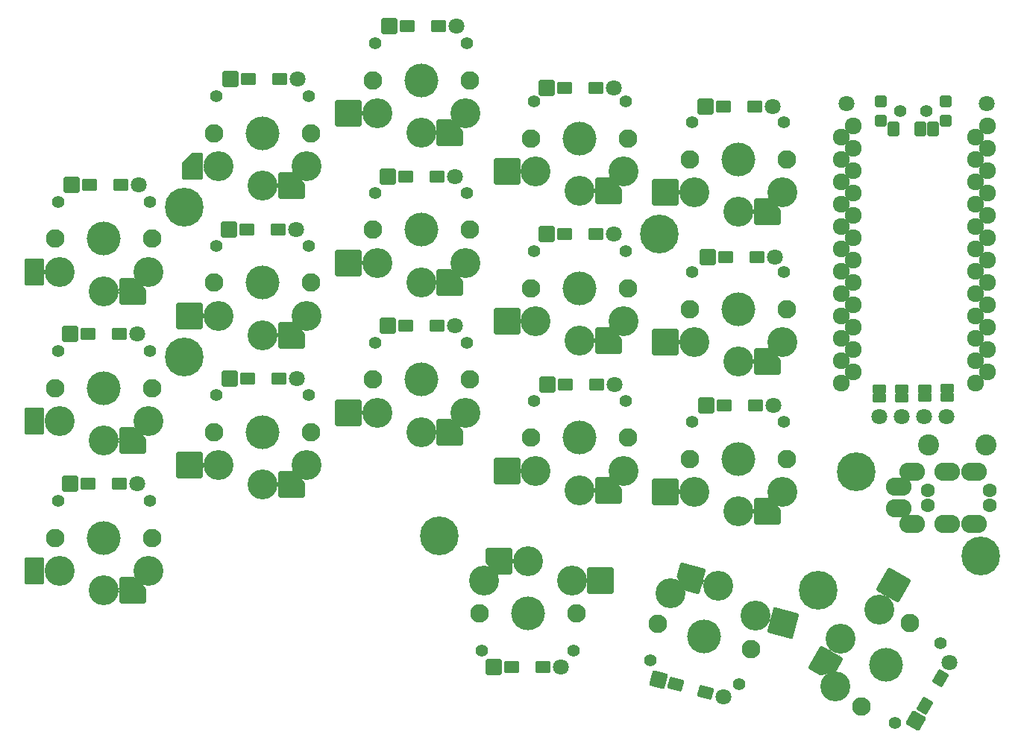
<source format=gbs>
G04 #@! TF.GenerationSoftware,KiCad,Pcbnew,(6.0.10)*
G04 #@! TF.CreationDate,2023-01-10T17:00:23+01:00*
G04 #@! TF.ProjectId,chocofi,63686f63-6f66-4692-9e6b-696361645f70,2.1*
G04 #@! TF.SameCoordinates,Original*
G04 #@! TF.FileFunction,Soldermask,Bot*
G04 #@! TF.FilePolarity,Negative*
%FSLAX46Y46*%
G04 Gerber Fmt 4.6, Leading zero omitted, Abs format (unit mm)*
G04 Created by KiCad (PCBNEW (6.0.10)) date 2023-01-10 17:00:23*
%MOMM*%
%LPD*%
G01*
G04 APERTURE LIST*
G04 Aperture macros list*
%AMRoundRect*
0 Rectangle with rounded corners*
0 $1 Rounding radius*
0 $2 $3 $4 $5 $6 $7 $8 $9 X,Y pos of 4 corners*
0 Add a 4 corners polygon primitive as box body*
4,1,4,$2,$3,$4,$5,$6,$7,$8,$9,$2,$3,0*
0 Add four circle primitives for the rounded corners*
1,1,$1+$1,$2,$3*
1,1,$1+$1,$4,$5*
1,1,$1+$1,$6,$7*
1,1,$1+$1,$8,$9*
0 Add four rect primitives between the rounded corners*
20,1,$1+$1,$2,$3,$4,$5,0*
20,1,$1+$1,$4,$5,$6,$7,0*
20,1,$1+$1,$6,$7,$8,$9,0*
20,1,$1+$1,$8,$9,$2,$3,0*%
%AMFreePoly0*
4,1,22,0.216777,1.480194,0.271421,1.441421,1.441421,0.271421,1.488777,0.196056,1.500000,0.130000,1.500000,-1.300000,1.480194,-1.386777,1.424698,-1.456366,1.344504,-1.494986,1.300000,-1.500000,-1.300000,-1.500000,-1.386777,-1.480194,-1.456366,-1.424698,-1.494986,-1.344504,-1.500000,-1.300000,-1.500000,1.300000,-1.480194,1.386777,-1.424698,1.456366,-1.344504,1.494986,-1.300000,1.500000,
0.130000,1.500000,0.216777,1.480194,0.216777,1.480194,$1*%
%AMFreePoly1*
4,1,22,1.111777,1.480194,1.181366,1.424698,1.219986,1.344504,1.225000,1.300000,1.225000,-1.300000,1.205194,-1.386777,1.149698,-1.456366,1.069504,-1.494986,1.025000,-1.500000,-1.025000,-1.500000,-1.111777,-1.480194,-1.181366,-1.424698,-1.219986,-1.344504,-1.225000,-1.300000,-1.225000,0.275000,-1.205194,0.361777,-1.166421,0.416421,-0.141421,1.441421,-0.066056,1.488777,0.000000,1.500000,
1.025000,1.500000,1.111777,1.480194,1.111777,1.480194,$1*%
G04 Aperture macros list end*
%ADD10RoundRect,0.200000X-0.698500X-0.698500X0.698500X-0.698500X0.698500X0.698500X-0.698500X0.698500X0*%
%ADD11RoundRect,0.200000X-0.650000X-0.475000X0.650000X-0.475000X0.650000X0.475000X-0.650000X0.475000X0*%
%ADD12C,1.797000*%
%ADD13RoundRect,0.200000X-0.750791X-0.290582X0.504913X-0.627047X0.750791X0.290582X-0.504913X0.627047X0*%
%ADD14RoundRect,0.200000X-0.855484X-0.493914X0.493914X-0.855484X0.855484X0.493914X-0.493914X0.855484X0*%
%ADD15RoundRect,0.200000X0.255669X-0.954169X0.954169X0.255669X-0.255669X0.954169X-0.954169X-0.255669X0*%
%ADD16RoundRect,0.200000X0.086362X-0.800417X0.736362X0.325417X-0.086362X0.800417X-0.736362X-0.325417X0*%
%ADD17C,1.600000*%
%ADD18O,2.900000X2.100000*%
%ADD19C,2.101800*%
%ADD20C,3.829000*%
%ADD21C,3.400000*%
%ADD22C,1.390600*%
%ADD23FreePoly0,0.000000*%
%ADD24RoundRect,0.200000X-0.925000X-1.300000X0.925000X-1.300000X0.925000X1.300000X-0.925000X1.300000X0*%
%ADD25FreePoly1,0.000000*%
%ADD26RoundRect,0.200000X-1.300000X-1.300000X1.300000X-1.300000X1.300000X1.300000X-1.300000X1.300000X0*%
%ADD27RoundRect,0.200000X-0.937500X-1.300000X0.937500X-1.300000X0.937500X1.300000X-0.937500X1.300000X0*%
%ADD28FreePoly0,180.000000*%
%ADD29RoundRect,0.200000X1.300000X1.300000X-1.300000X1.300000X-1.300000X-1.300000X1.300000X-1.300000X0*%
%ADD30FreePoly0,165.000000*%
%ADD31RoundRect,0.200000X1.592168X0.919239X-0.919239X1.592168X-1.592168X-0.919239X0.919239X-1.592168X0*%
%ADD32FreePoly0,240.000000*%
%ADD33RoundRect,0.200000X-0.475833X1.775833X-1.775833X-0.475833X0.475833X-1.775833X1.775833X0.475833X0*%
%ADD34C,1.924000*%
%ADD35C,2.400000*%
%ADD36C,4.400000*%
%ADD37C,1.400000*%
%ADD38RoundRect,0.200000X-0.571500X0.317500X-0.571500X-0.317500X0.571500X-0.317500X0.571500X0.317500X0*%
%ADD39RoundRect,0.200000X0.450000X0.450000X-0.450000X0.450000X-0.450000X-0.450000X0.450000X-0.450000X0*%
%ADD40RoundRect,0.200000X0.450000X0.625000X-0.450000X0.625000X-0.450000X-0.625000X0.450000X-0.625000X0*%
G04 APERTURE END LIST*
D10*
X82194400Y-64312800D03*
D11*
X84229400Y-64312800D03*
X87779400Y-64312800D03*
D12*
X89814400Y-64312800D03*
D10*
X100279200Y-52273200D03*
D11*
X102314200Y-52273200D03*
D12*
X107899200Y-52273200D03*
D11*
X105864200Y-52273200D03*
D10*
X118262400Y-46228000D03*
D11*
X120297400Y-46228000D03*
D12*
X125882400Y-46228000D03*
D11*
X123847400Y-46228000D03*
X138229800Y-53289200D03*
D10*
X136194800Y-53289200D03*
D11*
X141779800Y-53289200D03*
D12*
X143814800Y-53289200D03*
D10*
X154178000Y-55422800D03*
D11*
X156213000Y-55422800D03*
X159763000Y-55422800D03*
D12*
X161798000Y-55422800D03*
D10*
X82092800Y-81229200D03*
D11*
X84127800Y-81229200D03*
D12*
X89712800Y-81229200D03*
D11*
X87677800Y-81229200D03*
D10*
X100076000Y-69342000D03*
D11*
X102111000Y-69342000D03*
D12*
X107696000Y-69342000D03*
D11*
X105661000Y-69342000D03*
X120195800Y-63347600D03*
D10*
X118160800Y-63347600D03*
D11*
X123745800Y-63347600D03*
D12*
X125780800Y-63347600D03*
D11*
X138179000Y-69900800D03*
D10*
X136144000Y-69900800D03*
D12*
X143764000Y-69900800D03*
D11*
X141729000Y-69900800D03*
X156517800Y-72491600D03*
D10*
X154482800Y-72491600D03*
D11*
X160067800Y-72491600D03*
D12*
X162102800Y-72491600D03*
D10*
X82092800Y-98247200D03*
D11*
X84127800Y-98247200D03*
D12*
X89712800Y-98247200D03*
D11*
X87677800Y-98247200D03*
D10*
X100177600Y-86309200D03*
D11*
X102212600Y-86309200D03*
D12*
X107797600Y-86309200D03*
D11*
X105762600Y-86309200D03*
D10*
X118160800Y-80314800D03*
D11*
X120195800Y-80314800D03*
X123745800Y-80314800D03*
D12*
X125780800Y-80314800D03*
D10*
X136245600Y-86969600D03*
D11*
X138280600Y-86969600D03*
D12*
X143865600Y-86969600D03*
D11*
X141830600Y-86969600D03*
X156314600Y-89357200D03*
D10*
X154279600Y-89357200D03*
D11*
X159864600Y-89357200D03*
D12*
X161899600Y-89357200D03*
D11*
X132184600Y-119075200D03*
D10*
X130149600Y-119075200D03*
D11*
X135734600Y-119075200D03*
D12*
X137769600Y-119075200D03*
D13*
X150799764Y-121001192D03*
D14*
X148834105Y-120474495D03*
D12*
X156194459Y-122446697D03*
D13*
X154228800Y-121920000D03*
D15*
X178053166Y-125194992D03*
D16*
X179070666Y-123432630D03*
X180845666Y-120358240D03*
D12*
X181863166Y-118595878D03*
D17*
X186460000Y-98961000D03*
X179460000Y-98961000D03*
X186460000Y-100711000D03*
X179460000Y-100711000D03*
D18*
X176160000Y-101061000D03*
X176160000Y-98611000D03*
X184660000Y-102811000D03*
X184660000Y-96861000D03*
X181660000Y-96861000D03*
X181660000Y-102811000D03*
X177660000Y-96861000D03*
X177660000Y-102811000D03*
D19*
X91410000Y-70400000D03*
D20*
X85910000Y-70400000D03*
D21*
X80910000Y-74150000D03*
D22*
X91130000Y-66200000D03*
D21*
X85910000Y-76350000D03*
D22*
X80690000Y-66200000D03*
D19*
X80410000Y-70400000D03*
D21*
X90910000Y-74150000D03*
D23*
X89185000Y-76350000D03*
D24*
X78010000Y-74150000D03*
D22*
X98690000Y-54200000D03*
D19*
X109410000Y-58400000D03*
D21*
X103910000Y-64350000D03*
D22*
X109130000Y-54200000D03*
D21*
X98910000Y-62150000D03*
D20*
X103910000Y-58400000D03*
D21*
X108910000Y-62150000D03*
D19*
X98410000Y-58400000D03*
D23*
X107185000Y-64350000D03*
D25*
X95960000Y-62150000D03*
D20*
X121910000Y-52400000D03*
D19*
X116410000Y-52400000D03*
D22*
X127130000Y-48200000D03*
D21*
X121910000Y-58350000D03*
X116910000Y-56150000D03*
D22*
X116690000Y-48200000D03*
D19*
X127410000Y-52400000D03*
D21*
X126910000Y-56150000D03*
D23*
X125185000Y-58350000D03*
D26*
X113635000Y-56150000D03*
D19*
X145410000Y-59020000D03*
D21*
X134910000Y-62770000D03*
X139910000Y-64970000D03*
D22*
X134690000Y-54820000D03*
D20*
X139910000Y-59020000D03*
D22*
X145130000Y-54820000D03*
D19*
X134410000Y-59020000D03*
D21*
X144910000Y-62770000D03*
D23*
X143185000Y-64970000D03*
D26*
X131635000Y-62770000D03*
D21*
X152910000Y-65150000D03*
X157910000Y-67350000D03*
D22*
X152690000Y-57200000D03*
D20*
X157910000Y-61400000D03*
D19*
X152410000Y-61400000D03*
X163410000Y-61400000D03*
D21*
X162910000Y-65150000D03*
D22*
X163130000Y-57200000D03*
D23*
X161185000Y-67350000D03*
D26*
X149635000Y-65150000D03*
D21*
X90910000Y-91150000D03*
D19*
X91410000Y-87400000D03*
X80410000Y-87400000D03*
D21*
X80910000Y-91150000D03*
D22*
X80690000Y-83200000D03*
D21*
X85910000Y-93350000D03*
D22*
X91130000Y-83200000D03*
D20*
X85910000Y-87400000D03*
D23*
X89185000Y-93350000D03*
D27*
X78010000Y-91150000D03*
D19*
X98410000Y-75400000D03*
D22*
X109130000Y-71200000D03*
D20*
X103910000Y-75400000D03*
D19*
X109410000Y-75400000D03*
D21*
X108910000Y-79150000D03*
X98910000Y-79150000D03*
X103910000Y-81350000D03*
D22*
X98690000Y-71200000D03*
D23*
X107185000Y-81350000D03*
D26*
X95635000Y-79150000D03*
D21*
X121910000Y-75350000D03*
D19*
X116410000Y-69400000D03*
D22*
X127130000Y-65200000D03*
D19*
X127410000Y-69400000D03*
D22*
X116690000Y-65200000D03*
D20*
X121910000Y-69400000D03*
D21*
X116910000Y-73150000D03*
X126910000Y-73150000D03*
D23*
X125185000Y-75350000D03*
D26*
X113635000Y-73150000D03*
D21*
X134910000Y-79770000D03*
D22*
X134690000Y-71820000D03*
D21*
X144910000Y-79770000D03*
X139910000Y-81970000D03*
D19*
X134410000Y-76020000D03*
D20*
X139910000Y-76020000D03*
D19*
X145410000Y-76020000D03*
D22*
X145130000Y-71820000D03*
D23*
X143185000Y-81970000D03*
D26*
X131635000Y-79770000D03*
D19*
X163410000Y-78400000D03*
D21*
X162910000Y-82150000D03*
D19*
X152410000Y-78400000D03*
D22*
X152690000Y-74200000D03*
X163130000Y-74200000D03*
D21*
X157910000Y-84350000D03*
D20*
X157910000Y-78400000D03*
D21*
X152910000Y-82150000D03*
D23*
X161185000Y-84350000D03*
D26*
X149635000Y-82150000D03*
D22*
X91130000Y-100200000D03*
X80690000Y-100200000D03*
D21*
X90910000Y-108150000D03*
D19*
X91410000Y-104400000D03*
X80410000Y-104400000D03*
D20*
X85910000Y-104400000D03*
D21*
X80910000Y-108150000D03*
X85910000Y-110350000D03*
D23*
X89185000Y-110350000D03*
D27*
X78010000Y-108150000D03*
D21*
X103910000Y-98350000D03*
X98910000Y-96150000D03*
D22*
X98690000Y-88200000D03*
D19*
X109410000Y-92400000D03*
D21*
X108910000Y-96150000D03*
D19*
X98410000Y-92400000D03*
D22*
X109130000Y-88200000D03*
D20*
X103910000Y-92400000D03*
D23*
X107185000Y-98350000D03*
D26*
X95635000Y-96150000D03*
D20*
X121910000Y-86400000D03*
D21*
X116910000Y-90150000D03*
D22*
X116690000Y-82200000D03*
D21*
X126910000Y-90150000D03*
D19*
X127410000Y-86400000D03*
D22*
X127130000Y-82200000D03*
D19*
X116410000Y-86400000D03*
D21*
X121910000Y-92350000D03*
D23*
X125185000Y-92350000D03*
D26*
X113635000Y-90150000D03*
D22*
X145130000Y-88825000D03*
X134690000Y-88825000D03*
D19*
X134410000Y-93025000D03*
D21*
X139910000Y-98975000D03*
D19*
X145410000Y-93025000D03*
D21*
X134910000Y-96775000D03*
D20*
X139910000Y-93025000D03*
D21*
X144910000Y-96775000D03*
D23*
X143185000Y-98975000D03*
D26*
X131635000Y-96775000D03*
D21*
X157910000Y-101350000D03*
D20*
X157910000Y-95400000D03*
D19*
X163410000Y-95400000D03*
D21*
X152910000Y-99150000D03*
D22*
X152690000Y-91200000D03*
D21*
X162910000Y-99150000D03*
D19*
X152410000Y-95400000D03*
D22*
X163130000Y-91200000D03*
D23*
X161185000Y-101350000D03*
D26*
X149635000Y-99150000D03*
D22*
X139230000Y-117190000D03*
D21*
X134010000Y-107040000D03*
D19*
X128510000Y-112990000D03*
D21*
X139010000Y-109240000D03*
D20*
X134010000Y-112990000D03*
D19*
X139510000Y-112990000D03*
D21*
X129010000Y-109240000D03*
D22*
X128790000Y-117190000D03*
D28*
X130735000Y-107040000D03*
D29*
X142285000Y-109240000D03*
D22*
X158015093Y-120987924D03*
D21*
X155599973Y-109832741D03*
X150200942Y-110663683D03*
D20*
X154060000Y-115580000D03*
D21*
X159860201Y-113251873D03*
D19*
X148747408Y-114156495D03*
D22*
X147930827Y-118285853D03*
D19*
X159372592Y-117003505D03*
D30*
X152436566Y-108985109D03*
D31*
X163023608Y-114099506D03*
D21*
X173912405Y-112584873D03*
X169507149Y-115815000D03*
D22*
X180907307Y-116369347D03*
D19*
X171910000Y-123553140D03*
X177410000Y-114026860D03*
D21*
X168912405Y-121245127D03*
D20*
X174660000Y-118790000D03*
D22*
X175687307Y-125410653D03*
D32*
X167869649Y-118651233D03*
D33*
X175549905Y-109748640D03*
D34*
X169620000Y-58870400D03*
X186166400Y-57600400D03*
X186166400Y-60140400D03*
X169620000Y-61410400D03*
X186166400Y-62680400D03*
X169620000Y-63950400D03*
X186166400Y-65220400D03*
X169620000Y-66490400D03*
X169620000Y-69030400D03*
X186166400Y-67760400D03*
X169620000Y-71570400D03*
X186166400Y-70300400D03*
X169620000Y-74110400D03*
X186166400Y-72840400D03*
X169620000Y-76650400D03*
X186166400Y-75380400D03*
X186166400Y-77920400D03*
X169620000Y-79190400D03*
X186166400Y-80460400D03*
X169620000Y-81730400D03*
X186166400Y-83000400D03*
X169620000Y-84270400D03*
X186166400Y-85540400D03*
X169620000Y-86810400D03*
X170946400Y-85540400D03*
X184860000Y-86810400D03*
X170946400Y-83000400D03*
X184860000Y-84270400D03*
X184860000Y-81730400D03*
X170946400Y-80460400D03*
X184860000Y-79190400D03*
X170946400Y-77920400D03*
X184860000Y-76650400D03*
X170946400Y-75380400D03*
X184860000Y-74110400D03*
X170946400Y-72840400D03*
X184860000Y-71570400D03*
X170946400Y-70300400D03*
X170946400Y-67760400D03*
X184860000Y-69030400D03*
X184860000Y-66490400D03*
X170946400Y-65220400D03*
X184860000Y-63950400D03*
X170946400Y-62680400D03*
X170946400Y-60140400D03*
X184860000Y-61410400D03*
X184860000Y-58870400D03*
X170946400Y-57600400D03*
D12*
X173930000Y-90608400D03*
X176470000Y-90608400D03*
X179010000Y-90608400D03*
X181550000Y-90608400D03*
D35*
X186003000Y-93853000D03*
X179503000Y-93853000D03*
D36*
X171323000Y-96901000D03*
X185420000Y-106426000D03*
X95000000Y-66802000D03*
X148971000Y-69850000D03*
X123952000Y-104140000D03*
X167005000Y-110363000D03*
X95000000Y-83820000D03*
D37*
X179300000Y-55880000D03*
X176300000Y-55880000D03*
D12*
X186130000Y-55060400D03*
X170180000Y-55060400D03*
D38*
X176480000Y-87478020D03*
X176480000Y-88478780D03*
X173930000Y-87507620D03*
X173930000Y-88508380D03*
X181640000Y-87428020D03*
X181640000Y-88428780D03*
X179060000Y-87448020D03*
X179060000Y-88448780D03*
D37*
X179300000Y-55880000D03*
X176300000Y-55880000D03*
D39*
X181500000Y-56980000D03*
X174100000Y-56980000D03*
X174100000Y-54780000D03*
X181500000Y-54780000D03*
D40*
X175550000Y-57955000D03*
X178550000Y-57955000D03*
X180050000Y-57955000D03*
G36*
X168378170Y-117210467D02*
G01*
X168414894Y-117215302D01*
X168443939Y-117193014D01*
X168448726Y-117156655D01*
X168430662Y-117130248D01*
X168430510Y-117128254D01*
X168432160Y-117127125D01*
X168433496Y-117127506D01*
X168607351Y-117254983D01*
X168830077Y-117372164D01*
X168895712Y-117395084D01*
X168897018Y-117396599D01*
X168896359Y-117398487D01*
X168895166Y-117398969D01*
X168858145Y-117401071D01*
X168833768Y-117428385D01*
X168835849Y-117465044D01*
X168855190Y-117485874D01*
X169742215Y-117997998D01*
X169742464Y-117998168D01*
X169742469Y-117998172D01*
X169743197Y-118000035D01*
X169741948Y-118001597D01*
X169740220Y-118001466D01*
X167966385Y-116977342D01*
X167965385Y-116975610D01*
X167966385Y-116973878D01*
X167968385Y-116973878D01*
X168378170Y-117210467D01*
G37*
G36*
X161650661Y-113431722D02*
G01*
X161651179Y-113433654D01*
X161508033Y-113967883D01*
X161506619Y-113969297D01*
X161504687Y-113968779D01*
X161504118Y-113967626D01*
X161499231Y-113930507D01*
X161470186Y-113908220D01*
X161433796Y-113913011D01*
X161414002Y-113934898D01*
X161412099Y-113935511D01*
X161410616Y-113934170D01*
X161410695Y-113932735D01*
X161455794Y-113832620D01*
X161524108Y-113590397D01*
X161543918Y-113434673D01*
X161545129Y-113433081D01*
X161547113Y-113433333D01*
X161547832Y-113434399D01*
X161557585Y-113470174D01*
X161589369Y-113488339D01*
X161624767Y-113478689D01*
X161641855Y-113452995D01*
X161647315Y-113432618D01*
X161648729Y-113431204D01*
X161650661Y-113431722D01*
G37*
G36*
X173679334Y-110398407D02*
G01*
X175474139Y-111434638D01*
X175475139Y-111436370D01*
X175474139Y-111438102D01*
X175472139Y-111438102D01*
X175049031Y-111193821D01*
X175012307Y-111188986D01*
X174983262Y-111211274D01*
X174978466Y-111247702D01*
X174991888Y-111270150D01*
X174991918Y-111272149D01*
X174990202Y-111273176D01*
X174988801Y-111272633D01*
X174980987Y-111265283D01*
X174774206Y-111121833D01*
X174548484Y-111010519D01*
X174516709Y-111000348D01*
X174515365Y-110998867D01*
X174515974Y-110996963D01*
X174517153Y-110996450D01*
X174554105Y-110993380D01*
X174577760Y-110965438D01*
X174574718Y-110928831D01*
X174555952Y-110909142D01*
X173677339Y-110401875D01*
X173677090Y-110401705D01*
X173677085Y-110401701D01*
X173676357Y-110399838D01*
X173677606Y-110398276D01*
X173679334Y-110398407D01*
G37*
G36*
X87686442Y-110064424D02*
G01*
X87687000Y-110065810D01*
X87687000Y-110619229D01*
X87686000Y-110620961D01*
X87684000Y-110620961D01*
X87683152Y-110619994D01*
X87668826Y-110585407D01*
X87635002Y-110571397D01*
X87601111Y-110585435D01*
X87587385Y-110613422D01*
X87585724Y-110614536D01*
X87583928Y-110613656D01*
X87583605Y-110612289D01*
X87605674Y-110438816D01*
X87607998Y-110350056D01*
X87589343Y-110099019D01*
X87584492Y-110077580D01*
X87585085Y-110075670D01*
X87587036Y-110075229D01*
X87588076Y-110075985D01*
X87609476Y-110106265D01*
X87645559Y-110112465D01*
X87675561Y-110091261D01*
X87683079Y-110065255D01*
X87684520Y-110063868D01*
X87686442Y-110064424D01*
G37*
G36*
X153955852Y-109114474D02*
G01*
X153956421Y-109115627D01*
X153961308Y-109152746D01*
X153990353Y-109175033D01*
X154026728Y-109170244D01*
X154047057Y-109147165D01*
X154048952Y-109146526D01*
X154050453Y-109147848D01*
X154050402Y-109149260D01*
X153989724Y-109293959D01*
X153927775Y-109537884D01*
X153916764Y-109647237D01*
X153915595Y-109648861D01*
X153913605Y-109648660D01*
X153912859Y-109647613D01*
X153902173Y-109612104D01*
X153869921Y-109594776D01*
X153834776Y-109605353D01*
X153818516Y-109630513D01*
X153816736Y-109631424D01*
X153815056Y-109630339D01*
X153814904Y-109628909D01*
X153952506Y-109115370D01*
X153953920Y-109113956D01*
X153955852Y-109114474D01*
G37*
G36*
X140786442Y-108954424D02*
G01*
X140787000Y-108955810D01*
X140787000Y-109509229D01*
X140786000Y-109510961D01*
X140784000Y-109510961D01*
X140783152Y-109509994D01*
X140768826Y-109475407D01*
X140735002Y-109461397D01*
X140701111Y-109475435D01*
X140687385Y-109503422D01*
X140685724Y-109504536D01*
X140683928Y-109503656D01*
X140683605Y-109502289D01*
X140705674Y-109328816D01*
X140707998Y-109240056D01*
X140689343Y-108989019D01*
X140684492Y-108967580D01*
X140685085Y-108965670D01*
X140687036Y-108965229D01*
X140688076Y-108965985D01*
X140709476Y-108996265D01*
X140745559Y-109002465D01*
X140775561Y-108981261D01*
X140783079Y-108955255D01*
X140784520Y-108953868D01*
X140786442Y-108954424D01*
G37*
G36*
X79149348Y-107802390D02*
G01*
X79163674Y-107836977D01*
X79197498Y-107850987D01*
X79231453Y-107836923D01*
X79243964Y-107814922D01*
X79245690Y-107813911D01*
X79247428Y-107814900D01*
X79247641Y-107816403D01*
X79237802Y-107855143D01*
X79212588Y-108105550D01*
X79224663Y-108356933D01*
X79248300Y-108475765D01*
X79247657Y-108477659D01*
X79245695Y-108478049D01*
X79244675Y-108477266D01*
X79224075Y-108446434D01*
X79188167Y-108439292D01*
X79157632Y-108459694D01*
X79149414Y-108486788D01*
X79147954Y-108488155D01*
X79146040Y-108487574D01*
X79145500Y-108486207D01*
X79145500Y-107803155D01*
X79146500Y-107801423D01*
X79148500Y-107801423D01*
X79149348Y-107802390D01*
G37*
G36*
X132236848Y-106751130D02*
G01*
X132251174Y-106785717D01*
X132284998Y-106799727D01*
X132318876Y-106785695D01*
X132332764Y-106756412D01*
X132334410Y-106755276D01*
X132336217Y-106756133D01*
X132336561Y-106757469D01*
X132312588Y-106995550D01*
X132324663Y-107246933D01*
X132335800Y-107302923D01*
X132335157Y-107304817D01*
X132333195Y-107305207D01*
X132332175Y-107304424D01*
X132311575Y-107273592D01*
X132275667Y-107266450D01*
X132245132Y-107286852D01*
X132236914Y-107313946D01*
X132235454Y-107315313D01*
X132233540Y-107314732D01*
X132233000Y-107313365D01*
X132233000Y-106751895D01*
X132234000Y-106750163D01*
X132236000Y-106750163D01*
X132236848Y-106751130D01*
G37*
G36*
X159686442Y-101064424D02*
G01*
X159687000Y-101065810D01*
X159687000Y-101619229D01*
X159686000Y-101620961D01*
X159684000Y-101620961D01*
X159683152Y-101619994D01*
X159668826Y-101585407D01*
X159635002Y-101571397D01*
X159601111Y-101585435D01*
X159587385Y-101613422D01*
X159585724Y-101614536D01*
X159583928Y-101613656D01*
X159583605Y-101612289D01*
X159605674Y-101438816D01*
X159607998Y-101350056D01*
X159589343Y-101099019D01*
X159584492Y-101077580D01*
X159585085Y-101075670D01*
X159587036Y-101075229D01*
X159588076Y-101075985D01*
X159609476Y-101106265D01*
X159645559Y-101112465D01*
X159675561Y-101091261D01*
X159683079Y-101065255D01*
X159684520Y-101063868D01*
X159686442Y-101064424D01*
G37*
G36*
X151136848Y-98861130D02*
G01*
X151151174Y-98895717D01*
X151184998Y-98909727D01*
X151218876Y-98895695D01*
X151232764Y-98866412D01*
X151234410Y-98865276D01*
X151236217Y-98866133D01*
X151236561Y-98867469D01*
X151212588Y-99105550D01*
X151224663Y-99356933D01*
X151235800Y-99412923D01*
X151235157Y-99414817D01*
X151233195Y-99415207D01*
X151232175Y-99414424D01*
X151211575Y-99383592D01*
X151175667Y-99376450D01*
X151145132Y-99396852D01*
X151136914Y-99423946D01*
X151135454Y-99425313D01*
X151133540Y-99424732D01*
X151133000Y-99423365D01*
X151133000Y-98861895D01*
X151134000Y-98860163D01*
X151136000Y-98860163D01*
X151136848Y-98861130D01*
G37*
G36*
X141686442Y-98689424D02*
G01*
X141687000Y-98690810D01*
X141687000Y-99244229D01*
X141686000Y-99245961D01*
X141684000Y-99245961D01*
X141683152Y-99244994D01*
X141668826Y-99210407D01*
X141635002Y-99196397D01*
X141601111Y-99210435D01*
X141587385Y-99238422D01*
X141585724Y-99239536D01*
X141583928Y-99238656D01*
X141583605Y-99237289D01*
X141605674Y-99063816D01*
X141607998Y-98975056D01*
X141589343Y-98724019D01*
X141584492Y-98702580D01*
X141585085Y-98700670D01*
X141587036Y-98700229D01*
X141588076Y-98700985D01*
X141609476Y-98731265D01*
X141645559Y-98737465D01*
X141675561Y-98716261D01*
X141683079Y-98690255D01*
X141684520Y-98688868D01*
X141686442Y-98689424D01*
G37*
G36*
X105686442Y-98064424D02*
G01*
X105687000Y-98065810D01*
X105687000Y-98619229D01*
X105686000Y-98620961D01*
X105684000Y-98620961D01*
X105683152Y-98619994D01*
X105668826Y-98585407D01*
X105635002Y-98571397D01*
X105601111Y-98585435D01*
X105587385Y-98613422D01*
X105585724Y-98614536D01*
X105583928Y-98613656D01*
X105583605Y-98612289D01*
X105605674Y-98438816D01*
X105607998Y-98350056D01*
X105589343Y-98099019D01*
X105584492Y-98077580D01*
X105585085Y-98075670D01*
X105587036Y-98075229D01*
X105588076Y-98075985D01*
X105609476Y-98106265D01*
X105645559Y-98112465D01*
X105675561Y-98091261D01*
X105683079Y-98065255D01*
X105684520Y-98063868D01*
X105686442Y-98064424D01*
G37*
G36*
X133136848Y-96486130D02*
G01*
X133151174Y-96520717D01*
X133184998Y-96534727D01*
X133218876Y-96520695D01*
X133232764Y-96491412D01*
X133234410Y-96490276D01*
X133236217Y-96491133D01*
X133236561Y-96492469D01*
X133212588Y-96730550D01*
X133224663Y-96981933D01*
X133235800Y-97037923D01*
X133235157Y-97039817D01*
X133233195Y-97040207D01*
X133232175Y-97039424D01*
X133211575Y-97008592D01*
X133175667Y-97001450D01*
X133145132Y-97021852D01*
X133136914Y-97048946D01*
X133135454Y-97050313D01*
X133133540Y-97049732D01*
X133133000Y-97048365D01*
X133133000Y-96486895D01*
X133134000Y-96485163D01*
X133136000Y-96485163D01*
X133136848Y-96486130D01*
G37*
G36*
X97136848Y-95861130D02*
G01*
X97151174Y-95895717D01*
X97184998Y-95909727D01*
X97218876Y-95895695D01*
X97232764Y-95866412D01*
X97234410Y-95865276D01*
X97236217Y-95866133D01*
X97236561Y-95867469D01*
X97212588Y-96105550D01*
X97224663Y-96356933D01*
X97235800Y-96412923D01*
X97235157Y-96414817D01*
X97233195Y-96415207D01*
X97232175Y-96414424D01*
X97211575Y-96383592D01*
X97175667Y-96376450D01*
X97145132Y-96396852D01*
X97136914Y-96423946D01*
X97135454Y-96425313D01*
X97133540Y-96424732D01*
X97133000Y-96423365D01*
X97133000Y-95861895D01*
X97134000Y-95860163D01*
X97136000Y-95860163D01*
X97136848Y-95861130D01*
G37*
G36*
X87686442Y-93064424D02*
G01*
X87687000Y-93065810D01*
X87687000Y-93619229D01*
X87686000Y-93620961D01*
X87684000Y-93620961D01*
X87683152Y-93619994D01*
X87668826Y-93585407D01*
X87635002Y-93571397D01*
X87601111Y-93585435D01*
X87587385Y-93613422D01*
X87585724Y-93614536D01*
X87583928Y-93613656D01*
X87583605Y-93612289D01*
X87605674Y-93438816D01*
X87607998Y-93350056D01*
X87589343Y-93099019D01*
X87584492Y-93077580D01*
X87585085Y-93075670D01*
X87587036Y-93075229D01*
X87588076Y-93075985D01*
X87609476Y-93106265D01*
X87645559Y-93112465D01*
X87675561Y-93091261D01*
X87683079Y-93065255D01*
X87684520Y-93063868D01*
X87686442Y-93064424D01*
G37*
G36*
X123686442Y-92064424D02*
G01*
X123687000Y-92065810D01*
X123687000Y-92619229D01*
X123686000Y-92620961D01*
X123684000Y-92620961D01*
X123683152Y-92619994D01*
X123668826Y-92585407D01*
X123635002Y-92571397D01*
X123601111Y-92585435D01*
X123587385Y-92613422D01*
X123585724Y-92614536D01*
X123583928Y-92613656D01*
X123583605Y-92612289D01*
X123605674Y-92438816D01*
X123607998Y-92350056D01*
X123589343Y-92099019D01*
X123584492Y-92077580D01*
X123585085Y-92075670D01*
X123587036Y-92075229D01*
X123588076Y-92075985D01*
X123609476Y-92106265D01*
X123645559Y-92112465D01*
X123675561Y-92091261D01*
X123683079Y-92065255D01*
X123684520Y-92063868D01*
X123686442Y-92064424D01*
G37*
G36*
X79149348Y-90802390D02*
G01*
X79163674Y-90836977D01*
X79197498Y-90850987D01*
X79231453Y-90836923D01*
X79243964Y-90814922D01*
X79245690Y-90813911D01*
X79247428Y-90814900D01*
X79247641Y-90816403D01*
X79237802Y-90855143D01*
X79212588Y-91105550D01*
X79224663Y-91356933D01*
X79248300Y-91475765D01*
X79247657Y-91477659D01*
X79245695Y-91478049D01*
X79244675Y-91477266D01*
X79224075Y-91446434D01*
X79188167Y-91439292D01*
X79157632Y-91459694D01*
X79149414Y-91486788D01*
X79147954Y-91488155D01*
X79146040Y-91487574D01*
X79145500Y-91486207D01*
X79145500Y-90803155D01*
X79146500Y-90801423D01*
X79148500Y-90801423D01*
X79149348Y-90802390D01*
G37*
G36*
X115136848Y-89861130D02*
G01*
X115151174Y-89895717D01*
X115184998Y-89909727D01*
X115218876Y-89895695D01*
X115232764Y-89866412D01*
X115234410Y-89865276D01*
X115236217Y-89866133D01*
X115236561Y-89867469D01*
X115212588Y-90105550D01*
X115224663Y-90356933D01*
X115235800Y-90412923D01*
X115235157Y-90414817D01*
X115233195Y-90415207D01*
X115232175Y-90414424D01*
X115211575Y-90383592D01*
X115175667Y-90376450D01*
X115145132Y-90396852D01*
X115136914Y-90423946D01*
X115135454Y-90425313D01*
X115133540Y-90424732D01*
X115133000Y-90423365D01*
X115133000Y-89861895D01*
X115134000Y-89860163D01*
X115136000Y-89860163D01*
X115136848Y-89861130D01*
G37*
G36*
X159686442Y-84064424D02*
G01*
X159687000Y-84065810D01*
X159687000Y-84619229D01*
X159686000Y-84620961D01*
X159684000Y-84620961D01*
X159683152Y-84619994D01*
X159668826Y-84585407D01*
X159635002Y-84571397D01*
X159601111Y-84585435D01*
X159587385Y-84613422D01*
X159585724Y-84614536D01*
X159583928Y-84613656D01*
X159583605Y-84612289D01*
X159605674Y-84438816D01*
X159607998Y-84350056D01*
X159589343Y-84099019D01*
X159584492Y-84077580D01*
X159585085Y-84075670D01*
X159587036Y-84075229D01*
X159588076Y-84075985D01*
X159609476Y-84106265D01*
X159645559Y-84112465D01*
X159675561Y-84091261D01*
X159683079Y-84065255D01*
X159684520Y-84063868D01*
X159686442Y-84064424D01*
G37*
G36*
X151136848Y-81861130D02*
G01*
X151151174Y-81895717D01*
X151184998Y-81909727D01*
X151218876Y-81895695D01*
X151232764Y-81866412D01*
X151234410Y-81865276D01*
X151236217Y-81866133D01*
X151236561Y-81867469D01*
X151212588Y-82105550D01*
X151224663Y-82356933D01*
X151235800Y-82412923D01*
X151235157Y-82414817D01*
X151233195Y-82415207D01*
X151232175Y-82414424D01*
X151211575Y-82383592D01*
X151175667Y-82376450D01*
X151145132Y-82396852D01*
X151136914Y-82423946D01*
X151135454Y-82425313D01*
X151133540Y-82424732D01*
X151133000Y-82423365D01*
X151133000Y-81861895D01*
X151134000Y-81860163D01*
X151136000Y-81860163D01*
X151136848Y-81861130D01*
G37*
G36*
X141686442Y-81684424D02*
G01*
X141687000Y-81685810D01*
X141687000Y-82239229D01*
X141686000Y-82240961D01*
X141684000Y-82240961D01*
X141683152Y-82239994D01*
X141668826Y-82205407D01*
X141635002Y-82191397D01*
X141601111Y-82205435D01*
X141587385Y-82233422D01*
X141585724Y-82234536D01*
X141583928Y-82233656D01*
X141583605Y-82232289D01*
X141605674Y-82058816D01*
X141607998Y-81970056D01*
X141589343Y-81719019D01*
X141584492Y-81697580D01*
X141585085Y-81695670D01*
X141587036Y-81695229D01*
X141588076Y-81695985D01*
X141609476Y-81726265D01*
X141645559Y-81732465D01*
X141675561Y-81711261D01*
X141683079Y-81685255D01*
X141684520Y-81683868D01*
X141686442Y-81684424D01*
G37*
G36*
X105686442Y-81064424D02*
G01*
X105687000Y-81065810D01*
X105687000Y-81619229D01*
X105686000Y-81620961D01*
X105684000Y-81620961D01*
X105683152Y-81619994D01*
X105668826Y-81585407D01*
X105635002Y-81571397D01*
X105601111Y-81585435D01*
X105587385Y-81613422D01*
X105585724Y-81614536D01*
X105583928Y-81613656D01*
X105583605Y-81612289D01*
X105605674Y-81438816D01*
X105607998Y-81350056D01*
X105589343Y-81099019D01*
X105584492Y-81077580D01*
X105585085Y-81075670D01*
X105587036Y-81075229D01*
X105588076Y-81075985D01*
X105609476Y-81106265D01*
X105645559Y-81112465D01*
X105675561Y-81091261D01*
X105683079Y-81065255D01*
X105684520Y-81063868D01*
X105686442Y-81064424D01*
G37*
G36*
X133136848Y-79481130D02*
G01*
X133151174Y-79515717D01*
X133184998Y-79529727D01*
X133218876Y-79515695D01*
X133232764Y-79486412D01*
X133234410Y-79485276D01*
X133236217Y-79486133D01*
X133236561Y-79487469D01*
X133212588Y-79725550D01*
X133224663Y-79976933D01*
X133235800Y-80032923D01*
X133235157Y-80034817D01*
X133233195Y-80035207D01*
X133232175Y-80034424D01*
X133211575Y-80003592D01*
X133175667Y-79996450D01*
X133145132Y-80016852D01*
X133136914Y-80043946D01*
X133135454Y-80045313D01*
X133133540Y-80044732D01*
X133133000Y-80043365D01*
X133133000Y-79481895D01*
X133134000Y-79480163D01*
X133136000Y-79480163D01*
X133136848Y-79481130D01*
G37*
G36*
X97136848Y-78861130D02*
G01*
X97151174Y-78895717D01*
X97184998Y-78909727D01*
X97218876Y-78895695D01*
X97232764Y-78866412D01*
X97234410Y-78865276D01*
X97236217Y-78866133D01*
X97236561Y-78867469D01*
X97212588Y-79105550D01*
X97224663Y-79356933D01*
X97235800Y-79412923D01*
X97235157Y-79414817D01*
X97233195Y-79415207D01*
X97232175Y-79414424D01*
X97211575Y-79383592D01*
X97175667Y-79376450D01*
X97145132Y-79396852D01*
X97136914Y-79423946D01*
X97135454Y-79425313D01*
X97133540Y-79424732D01*
X97133000Y-79423365D01*
X97133000Y-78861895D01*
X97134000Y-78860163D01*
X97136000Y-78860163D01*
X97136848Y-78861130D01*
G37*
G36*
X87686442Y-76064424D02*
G01*
X87687000Y-76065810D01*
X87687000Y-76619229D01*
X87686000Y-76620961D01*
X87684000Y-76620961D01*
X87683152Y-76619994D01*
X87668826Y-76585407D01*
X87635002Y-76571397D01*
X87601111Y-76585435D01*
X87587385Y-76613422D01*
X87585724Y-76614536D01*
X87583928Y-76613656D01*
X87583605Y-76612289D01*
X87605674Y-76438816D01*
X87607998Y-76350056D01*
X87589343Y-76099019D01*
X87584492Y-76077580D01*
X87585085Y-76075670D01*
X87587036Y-76075229D01*
X87588076Y-76075985D01*
X87609476Y-76106265D01*
X87645559Y-76112465D01*
X87675561Y-76091261D01*
X87683079Y-76065255D01*
X87684520Y-76063868D01*
X87686442Y-76064424D01*
G37*
G36*
X123686442Y-75064424D02*
G01*
X123687000Y-75065810D01*
X123687000Y-75619229D01*
X123686000Y-75620961D01*
X123684000Y-75620961D01*
X123683152Y-75619994D01*
X123668826Y-75585407D01*
X123635002Y-75571397D01*
X123601111Y-75585435D01*
X123587385Y-75613422D01*
X123585724Y-75614536D01*
X123583928Y-75613656D01*
X123583605Y-75612289D01*
X123605674Y-75438816D01*
X123607998Y-75350056D01*
X123589343Y-75099019D01*
X123584492Y-75077580D01*
X123585085Y-75075670D01*
X123587036Y-75075229D01*
X123588076Y-75075985D01*
X123609476Y-75106265D01*
X123645559Y-75112465D01*
X123675561Y-75091261D01*
X123683079Y-75065255D01*
X123684520Y-75063868D01*
X123686442Y-75064424D01*
G37*
G36*
X79136848Y-73861130D02*
G01*
X79151174Y-73895717D01*
X79184998Y-73909727D01*
X79218876Y-73895695D01*
X79232764Y-73866412D01*
X79234410Y-73865276D01*
X79236217Y-73866133D01*
X79236561Y-73867469D01*
X79212588Y-74105550D01*
X79224663Y-74356933D01*
X79235800Y-74412923D01*
X79235157Y-74414817D01*
X79233195Y-74415207D01*
X79232175Y-74414424D01*
X79211575Y-74383592D01*
X79175667Y-74376450D01*
X79145132Y-74396852D01*
X79136914Y-74423946D01*
X79135454Y-74425313D01*
X79133540Y-74424732D01*
X79133000Y-74423365D01*
X79133000Y-73861895D01*
X79134000Y-73860163D01*
X79136000Y-73860163D01*
X79136848Y-73861130D01*
G37*
G36*
X115136848Y-72861130D02*
G01*
X115151174Y-72895717D01*
X115184998Y-72909727D01*
X115218876Y-72895695D01*
X115232764Y-72866412D01*
X115234410Y-72865276D01*
X115236217Y-72866133D01*
X115236561Y-72867469D01*
X115212588Y-73105550D01*
X115224663Y-73356933D01*
X115235800Y-73412923D01*
X115235157Y-73414817D01*
X115233195Y-73415207D01*
X115232175Y-73414424D01*
X115211575Y-73383592D01*
X115175667Y-73376450D01*
X115145132Y-73396852D01*
X115136914Y-73423946D01*
X115135454Y-73425313D01*
X115133540Y-73424732D01*
X115133000Y-73423365D01*
X115133000Y-72861895D01*
X115134000Y-72860163D01*
X115136000Y-72860163D01*
X115136848Y-72861130D01*
G37*
G36*
X159686442Y-67064424D02*
G01*
X159687000Y-67065810D01*
X159687000Y-67619229D01*
X159686000Y-67620961D01*
X159684000Y-67620961D01*
X159683152Y-67619994D01*
X159668826Y-67585407D01*
X159635002Y-67571397D01*
X159601111Y-67585435D01*
X159587385Y-67613422D01*
X159585724Y-67614536D01*
X159583928Y-67613656D01*
X159583605Y-67612289D01*
X159605674Y-67438816D01*
X159607998Y-67350056D01*
X159589343Y-67099019D01*
X159584492Y-67077580D01*
X159585085Y-67075670D01*
X159587036Y-67075229D01*
X159588076Y-67075985D01*
X159609476Y-67106265D01*
X159645559Y-67112465D01*
X159675561Y-67091261D01*
X159683079Y-67065255D01*
X159684520Y-67063868D01*
X159686442Y-67064424D01*
G37*
G36*
X151136848Y-64861130D02*
G01*
X151151174Y-64895717D01*
X151184998Y-64909727D01*
X151218876Y-64895695D01*
X151232764Y-64866412D01*
X151234410Y-64865276D01*
X151236217Y-64866133D01*
X151236561Y-64867469D01*
X151212588Y-65105550D01*
X151224663Y-65356933D01*
X151235800Y-65412923D01*
X151235157Y-65414817D01*
X151233195Y-65415207D01*
X151232175Y-65414424D01*
X151211575Y-65383592D01*
X151175667Y-65376450D01*
X151145132Y-65396852D01*
X151136914Y-65423946D01*
X151135454Y-65425313D01*
X151133540Y-65424732D01*
X151133000Y-65423365D01*
X151133000Y-64861895D01*
X151134000Y-64860163D01*
X151136000Y-64860163D01*
X151136848Y-64861130D01*
G37*
G36*
X141686442Y-64684424D02*
G01*
X141687000Y-64685810D01*
X141687000Y-65239229D01*
X141686000Y-65240961D01*
X141684000Y-65240961D01*
X141683152Y-65239994D01*
X141668826Y-65205407D01*
X141635002Y-65191397D01*
X141601111Y-65205435D01*
X141587385Y-65233422D01*
X141585724Y-65234536D01*
X141583928Y-65233656D01*
X141583605Y-65232289D01*
X141605674Y-65058816D01*
X141607998Y-64970056D01*
X141589343Y-64719019D01*
X141584492Y-64697580D01*
X141585085Y-64695670D01*
X141587036Y-64695229D01*
X141588076Y-64695985D01*
X141609476Y-64726265D01*
X141645559Y-64732465D01*
X141675561Y-64711261D01*
X141683079Y-64685255D01*
X141684520Y-64683868D01*
X141686442Y-64684424D01*
G37*
G36*
X105686442Y-64064424D02*
G01*
X105687000Y-64065810D01*
X105687000Y-64619229D01*
X105686000Y-64620961D01*
X105684000Y-64620961D01*
X105683152Y-64619994D01*
X105668826Y-64585407D01*
X105635002Y-64571397D01*
X105601111Y-64585435D01*
X105587385Y-64613422D01*
X105585724Y-64614536D01*
X105583928Y-64613656D01*
X105583605Y-64612289D01*
X105605674Y-64438816D01*
X105607998Y-64350056D01*
X105589343Y-64099019D01*
X105584492Y-64077580D01*
X105585085Y-64075670D01*
X105587036Y-64075229D01*
X105588076Y-64075985D01*
X105609476Y-64106265D01*
X105645559Y-64112465D01*
X105675561Y-64091261D01*
X105683079Y-64065255D01*
X105684520Y-64063868D01*
X105686442Y-64064424D01*
G37*
G36*
X133136848Y-62481130D02*
G01*
X133151174Y-62515717D01*
X133184998Y-62529727D01*
X133218876Y-62515695D01*
X133232764Y-62486412D01*
X133234410Y-62485276D01*
X133236217Y-62486133D01*
X133236561Y-62487469D01*
X133212588Y-62725550D01*
X133224663Y-62976933D01*
X133235800Y-63032923D01*
X133235157Y-63034817D01*
X133233195Y-63035207D01*
X133232175Y-63034424D01*
X133211575Y-63003592D01*
X133175667Y-62996450D01*
X133145132Y-63016852D01*
X133136914Y-63043946D01*
X133135454Y-63045313D01*
X133133540Y-63044732D01*
X133133000Y-63043365D01*
X133133000Y-62481895D01*
X133134000Y-62480163D01*
X133136000Y-62480163D01*
X133136848Y-62481130D01*
G37*
G36*
X97186848Y-61654735D02*
G01*
X97201174Y-61689322D01*
X97234998Y-61703332D01*
X97268953Y-61689268D01*
X97281464Y-61667265D01*
X97283190Y-61666254D01*
X97284928Y-61667243D01*
X97285141Y-61668746D01*
X97237802Y-61855143D01*
X97212588Y-62105550D01*
X97224663Y-62356933D01*
X97273762Y-62603773D01*
X97283697Y-62631444D01*
X97283341Y-62633412D01*
X97281459Y-62634088D01*
X97280335Y-62633465D01*
X97255404Y-62606018D01*
X97218835Y-62604262D01*
X97191591Y-62629008D01*
X97186952Y-62649719D01*
X97185597Y-62651191D01*
X97183646Y-62650754D01*
X97183000Y-62649282D01*
X97183000Y-61655500D01*
X97184000Y-61653768D01*
X97186000Y-61653768D01*
X97186848Y-61654735D01*
G37*
G36*
X123686442Y-58064424D02*
G01*
X123687000Y-58065810D01*
X123687000Y-58619229D01*
X123686000Y-58620961D01*
X123684000Y-58620961D01*
X123683152Y-58619994D01*
X123668826Y-58585407D01*
X123635002Y-58571397D01*
X123601111Y-58585435D01*
X123587385Y-58613422D01*
X123585724Y-58614536D01*
X123583928Y-58613656D01*
X123583605Y-58612289D01*
X123605674Y-58438816D01*
X123607998Y-58350056D01*
X123589343Y-58099019D01*
X123584492Y-58077580D01*
X123585085Y-58075670D01*
X123587036Y-58075229D01*
X123588076Y-58075985D01*
X123609476Y-58106265D01*
X123645559Y-58112465D01*
X123675561Y-58091261D01*
X123683079Y-58065255D01*
X123684520Y-58063868D01*
X123686442Y-58064424D01*
G37*
G36*
X115136848Y-55861130D02*
G01*
X115151174Y-55895717D01*
X115184998Y-55909727D01*
X115218876Y-55895695D01*
X115232764Y-55866412D01*
X115234410Y-55865276D01*
X115236217Y-55866133D01*
X115236561Y-55867469D01*
X115212588Y-56105550D01*
X115224663Y-56356933D01*
X115235800Y-56412923D01*
X115235157Y-56414817D01*
X115233195Y-56415207D01*
X115232175Y-56414424D01*
X115211575Y-56383592D01*
X115175667Y-56376450D01*
X115145132Y-56396852D01*
X115136914Y-56423946D01*
X115135454Y-56425313D01*
X115133540Y-56424732D01*
X115133000Y-56423365D01*
X115133000Y-55861895D01*
X115134000Y-55860163D01*
X115136000Y-55860163D01*
X115136848Y-55861130D01*
G37*
M02*

</source>
